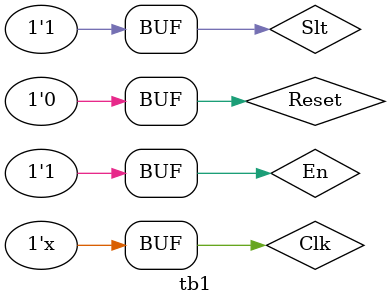
<source format=v>
`timescale 1ns / 1ps


module tb1;

	// Inputs
	reg Clk;
	reg Slt;
	reg En;
	reg Reset;

	// Outputs
	wire [63:0] Output0;
	wire [63:0] Output1;

	// Instantiate the Unit Under Test (UUT)
	count uut (
		.Clk(Clk), 
		.Slt(Slt), 
		.En(En), 
		.Reset(Reset), 
		.Output0(Output0), 
		.Output1(Output1)
	);

	always #10 Clk = ~Clk;
	initial begin
		// Initialize Inputs
		Clk = 0;
		Slt = 0;
		En = 0;
		Reset = 0;

		// Wait 100 ns for global reset to finish
		#20;
		Reset = 1;
		En = 1;
		#20;
		Reset = 0;
		Slt = 0;
		#100;
		Slt = 1;
		#100;
      
		// Add stimulus here

	end
      
      
endmodule


</source>
